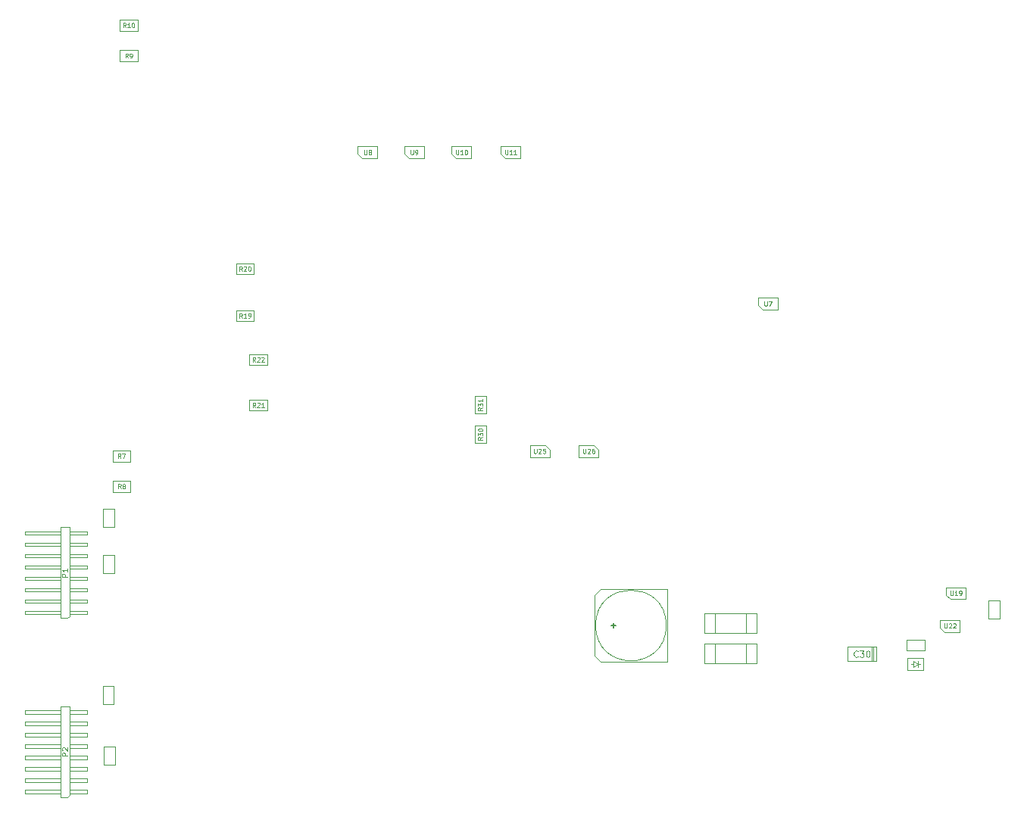
<source format=gbr>
G04 #@! TF.FileFunction,Other,Fab,Top*
%FSLAX46Y46*%
G04 Gerber Fmt 4.6, Leading zero omitted, Abs format (unit mm)*
G04 Created by KiCad (PCBNEW 4.0.4+e1-6308~48~ubuntu15.10.1-stable) date Thu Jul 19 16:03:55 2018*
%MOMM*%
%LPD*%
G01*
G04 APERTURE LIST*
%ADD10C,0.100000*%
%ADD11C,0.120000*%
%ADD12C,0.075000*%
%ADD13C,0.090000*%
%ADD14C,0.150000*%
%ADD15C,0.105000*%
G04 APERTURE END LIST*
D10*
X65800000Y-37925000D02*
X65800000Y-38775000D01*
X66300000Y-39275000D02*
X68000000Y-39275000D01*
X65800000Y-37925000D02*
X68000000Y-37925000D01*
X68000000Y-37925000D02*
X68000000Y-39275000D01*
X65800000Y-38775000D02*
X66300000Y-39275000D01*
X33337240Y-110675840D02*
X32587240Y-110675840D01*
X32587240Y-110675840D02*
X32587240Y-100515840D01*
X32587240Y-100515840D02*
X33587240Y-100515840D01*
X33587240Y-100515840D02*
X33587240Y-110425840D01*
X33587240Y-110425840D02*
X33337240Y-110675840D01*
X35557240Y-110240840D02*
X33587240Y-110240840D01*
X35557240Y-110240840D02*
X35557240Y-109840840D01*
X35557240Y-109840840D02*
X33587240Y-109840840D01*
X32587240Y-110240840D02*
X28587240Y-110240840D01*
X28587240Y-110240840D02*
X28587240Y-109840840D01*
X32587240Y-109840840D02*
X28587240Y-109840840D01*
X35557240Y-108970840D02*
X33587240Y-108970840D01*
X35557240Y-108970840D02*
X35557240Y-108570840D01*
X35557240Y-108570840D02*
X33587240Y-108570840D01*
X32587240Y-108970840D02*
X28587240Y-108970840D01*
X28587240Y-108970840D02*
X28587240Y-108570840D01*
X32587240Y-108570840D02*
X28587240Y-108570840D01*
X35557240Y-107700840D02*
X33587240Y-107700840D01*
X35557240Y-107700840D02*
X35557240Y-107300840D01*
X35557240Y-107300840D02*
X33587240Y-107300840D01*
X32587240Y-107700840D02*
X28587240Y-107700840D01*
X28587240Y-107700840D02*
X28587240Y-107300840D01*
X32587240Y-107300840D02*
X28587240Y-107300840D01*
X35557240Y-106430840D02*
X33587240Y-106430840D01*
X35557240Y-106430840D02*
X35557240Y-106030840D01*
X35557240Y-106030840D02*
X33587240Y-106030840D01*
X32587240Y-106430840D02*
X28587240Y-106430840D01*
X28587240Y-106430840D02*
X28587240Y-106030840D01*
X32587240Y-106030840D02*
X28587240Y-106030840D01*
X35557240Y-105160840D02*
X33587240Y-105160840D01*
X35557240Y-105160840D02*
X35557240Y-104760840D01*
X35557240Y-104760840D02*
X33587240Y-104760840D01*
X32587240Y-105160840D02*
X28587240Y-105160840D01*
X28587240Y-105160840D02*
X28587240Y-104760840D01*
X32587240Y-104760840D02*
X28587240Y-104760840D01*
X35557240Y-103890840D02*
X33587240Y-103890840D01*
X35557240Y-103890840D02*
X35557240Y-103490840D01*
X35557240Y-103490840D02*
X33587240Y-103490840D01*
X32587240Y-103890840D02*
X28587240Y-103890840D01*
X28587240Y-103890840D02*
X28587240Y-103490840D01*
X32587240Y-103490840D02*
X28587240Y-103490840D01*
X35557240Y-102620840D02*
X33587240Y-102620840D01*
X35557240Y-102620840D02*
X35557240Y-102220840D01*
X35557240Y-102220840D02*
X33587240Y-102220840D01*
X32587240Y-102620840D02*
X28587240Y-102620840D01*
X28587240Y-102620840D02*
X28587240Y-102220840D01*
X32587240Y-102220840D02*
X28587240Y-102220840D01*
X35557240Y-101350840D02*
X33587240Y-101350840D01*
X35557240Y-101350840D02*
X35557240Y-100950840D01*
X35557240Y-100950840D02*
X33587240Y-100950840D01*
X32587240Y-101350840D02*
X28587240Y-101350840D01*
X28587240Y-101350840D02*
X28587240Y-100950840D01*
X32587240Y-100950840D02*
X28587240Y-100950840D01*
X37358040Y-83630000D02*
X38598040Y-83630000D01*
X37358040Y-85630000D02*
X37358040Y-83630000D01*
X38598040Y-85630000D02*
X37358040Y-85630000D01*
X38598040Y-83630000D02*
X38598040Y-85630000D01*
X33337240Y-90675840D02*
X32587240Y-90675840D01*
X32587240Y-90675840D02*
X32587240Y-80515840D01*
X32587240Y-80515840D02*
X33587240Y-80515840D01*
X33587240Y-80515840D02*
X33587240Y-90425840D01*
X33587240Y-90425840D02*
X33337240Y-90675840D01*
X35557240Y-90240840D02*
X33587240Y-90240840D01*
X35557240Y-90240840D02*
X35557240Y-89840840D01*
X35557240Y-89840840D02*
X33587240Y-89840840D01*
X32587240Y-90240840D02*
X28587240Y-90240840D01*
X28587240Y-90240840D02*
X28587240Y-89840840D01*
X32587240Y-89840840D02*
X28587240Y-89840840D01*
X35557240Y-88970840D02*
X33587240Y-88970840D01*
X35557240Y-88970840D02*
X35557240Y-88570840D01*
X35557240Y-88570840D02*
X33587240Y-88570840D01*
X32587240Y-88970840D02*
X28587240Y-88970840D01*
X28587240Y-88970840D02*
X28587240Y-88570840D01*
X32587240Y-88570840D02*
X28587240Y-88570840D01*
X35557240Y-87700840D02*
X33587240Y-87700840D01*
X35557240Y-87700840D02*
X35557240Y-87300840D01*
X35557240Y-87300840D02*
X33587240Y-87300840D01*
X32587240Y-87700840D02*
X28587240Y-87700840D01*
X28587240Y-87700840D02*
X28587240Y-87300840D01*
X32587240Y-87300840D02*
X28587240Y-87300840D01*
X35557240Y-86430840D02*
X33587240Y-86430840D01*
X35557240Y-86430840D02*
X35557240Y-86030840D01*
X35557240Y-86030840D02*
X33587240Y-86030840D01*
X32587240Y-86430840D02*
X28587240Y-86430840D01*
X28587240Y-86430840D02*
X28587240Y-86030840D01*
X32587240Y-86030840D02*
X28587240Y-86030840D01*
X35557240Y-85160840D02*
X33587240Y-85160840D01*
X35557240Y-85160840D02*
X35557240Y-84760840D01*
X35557240Y-84760840D02*
X33587240Y-84760840D01*
X32587240Y-85160840D02*
X28587240Y-85160840D01*
X28587240Y-85160840D02*
X28587240Y-84760840D01*
X32587240Y-84760840D02*
X28587240Y-84760840D01*
X35557240Y-83890840D02*
X33587240Y-83890840D01*
X35557240Y-83890840D02*
X35557240Y-83490840D01*
X35557240Y-83490840D02*
X33587240Y-83490840D01*
X32587240Y-83890840D02*
X28587240Y-83890840D01*
X28587240Y-83890840D02*
X28587240Y-83490840D01*
X32587240Y-83490840D02*
X28587240Y-83490840D01*
X35557240Y-82620840D02*
X33587240Y-82620840D01*
X35557240Y-82620840D02*
X35557240Y-82220840D01*
X35557240Y-82220840D02*
X33587240Y-82220840D01*
X32587240Y-82620840D02*
X28587240Y-82620840D01*
X28587240Y-82620840D02*
X28587240Y-82220840D01*
X32587240Y-82220840D02*
X28587240Y-82220840D01*
X35557240Y-81350840D02*
X33587240Y-81350840D01*
X35557240Y-81350840D02*
X35557240Y-80950840D01*
X35557240Y-80950840D02*
X33587240Y-80950840D01*
X32587240Y-81350840D02*
X28587240Y-81350840D01*
X28587240Y-81350840D02*
X28587240Y-80950840D01*
X32587240Y-80950840D02*
X28587240Y-80950840D01*
X110550000Y-54825000D02*
X110550000Y-55675000D01*
X111050000Y-56175000D02*
X112750000Y-56175000D01*
X110550000Y-54825000D02*
X112750000Y-54825000D01*
X112750000Y-54825000D02*
X112750000Y-56175000D01*
X110550000Y-55675000D02*
X111050000Y-56175000D01*
X70997240Y-37915840D02*
X70997240Y-38765840D01*
X71497240Y-39265840D02*
X73197240Y-39265840D01*
X70997240Y-37915840D02*
X73197240Y-37915840D01*
X73197240Y-37915840D02*
X73197240Y-39265840D01*
X70997240Y-38765840D02*
X71497240Y-39265840D01*
X76297240Y-37915840D02*
X76297240Y-38765840D01*
X76797240Y-39265840D02*
X78497240Y-39265840D01*
X76297240Y-37915840D02*
X78497240Y-37915840D01*
X78497240Y-37915840D02*
X78497240Y-39265840D01*
X76297240Y-38765840D02*
X76797240Y-39265840D01*
X81797240Y-37915840D02*
X81797240Y-38765840D01*
X82297240Y-39265840D02*
X83997240Y-39265840D01*
X81797240Y-37915840D02*
X83997240Y-37915840D01*
X83997240Y-37915840D02*
X83997240Y-39265840D01*
X81797240Y-38765840D02*
X82297240Y-39265840D01*
D11*
X109172440Y-90136800D02*
X109172440Y-92336800D01*
X105772440Y-90136800D02*
X105772440Y-92336800D01*
X104572440Y-90136800D02*
X104572440Y-92336800D01*
X104572440Y-92336800D02*
X110372440Y-92336800D01*
X110372440Y-92336800D02*
X110372440Y-90136800D01*
X110372440Y-90136800D02*
X104572440Y-90136800D01*
X109172440Y-93489600D02*
X109172440Y-95689600D01*
X105772440Y-93489600D02*
X105772440Y-95689600D01*
X104572440Y-93489600D02*
X104572440Y-95689600D01*
X104572440Y-95689600D02*
X110372440Y-95689600D01*
X110372440Y-95689600D02*
X110372440Y-93489600D01*
X110372440Y-93489600D02*
X104572440Y-93489600D01*
D10*
X100296008Y-91480000D02*
G75*
G03X100296008Y-91480000I-3956008J0D01*
G01*
X100380000Y-95520000D02*
X100380000Y-87440000D01*
X92970000Y-95520000D02*
X100380000Y-95520000D01*
X92300000Y-94850000D02*
X92970000Y-95520000D01*
X92300000Y-88110000D02*
X92300000Y-94850000D01*
X92970000Y-87440000D02*
X92300000Y-88110000D01*
X100380000Y-87440000D02*
X92970000Y-87440000D01*
X38598040Y-80448400D02*
X37358040Y-80448400D01*
X38598040Y-78448400D02*
X38598040Y-80448400D01*
X37358040Y-78448400D02*
X38598040Y-78448400D01*
X37358040Y-80448400D02*
X37358040Y-78448400D01*
X38397240Y-73160840D02*
X38397240Y-71920840D01*
X40397240Y-73160840D02*
X38397240Y-73160840D01*
X40397240Y-71920840D02*
X40397240Y-73160840D01*
X38397240Y-71920840D02*
X40397240Y-71920840D01*
X38400000Y-76570000D02*
X38400000Y-75330000D01*
X40400000Y-76570000D02*
X38400000Y-76570000D01*
X40400000Y-75330000D02*
X40400000Y-76570000D01*
X38400000Y-75330000D02*
X40400000Y-75330000D01*
X39197240Y-28410840D02*
X39197240Y-27170840D01*
X41197240Y-28410840D02*
X39197240Y-28410840D01*
X41197240Y-27170840D02*
X41197240Y-28410840D01*
X39197240Y-27170840D02*
X41197240Y-27170840D01*
X39197240Y-25010840D02*
X39197240Y-23770840D01*
X41197240Y-25010840D02*
X39197240Y-25010840D01*
X41197240Y-23770840D02*
X41197240Y-25010840D01*
X39197240Y-23770840D02*
X41197240Y-23770840D01*
X52200000Y-57470000D02*
X52200000Y-56230000D01*
X54200000Y-57470000D02*
X52200000Y-57470000D01*
X54200000Y-56230000D02*
X54200000Y-57470000D01*
X52200000Y-56230000D02*
X54200000Y-56230000D01*
X52200000Y-52220000D02*
X52200000Y-50980000D01*
X54200000Y-52220000D02*
X52200000Y-52220000D01*
X54200000Y-50980000D02*
X54200000Y-52220000D01*
X52200000Y-50980000D02*
X54200000Y-50980000D01*
X53700000Y-67470000D02*
X53700000Y-66230000D01*
X55700000Y-67470000D02*
X53700000Y-67470000D01*
X55700000Y-66230000D02*
X55700000Y-67470000D01*
X53700000Y-66230000D02*
X55700000Y-66230000D01*
X53700000Y-62370000D02*
X53700000Y-61130000D01*
X55700000Y-62370000D02*
X53700000Y-62370000D01*
X55700000Y-61130000D02*
X55700000Y-62370000D01*
X53700000Y-61130000D02*
X55700000Y-61130000D01*
X37434240Y-105019600D02*
X38674240Y-105019600D01*
X37434240Y-107019600D02*
X37434240Y-105019600D01*
X38674240Y-107019600D02*
X37434240Y-107019600D01*
X38674240Y-105019600D02*
X38674240Y-107019600D01*
X38547240Y-100263200D02*
X37307240Y-100263200D01*
X38547240Y-98263200D02*
X38547240Y-100263200D01*
X37307240Y-98263200D02*
X38547240Y-98263200D01*
X37307240Y-100263200D02*
X37307240Y-98263200D01*
X136316440Y-88712800D02*
X137556440Y-88712800D01*
X136316440Y-90712800D02*
X136316440Y-88712800D01*
X137556440Y-90712800D02*
X136316440Y-90712800D01*
X137556440Y-88712800D02*
X137556440Y-90712800D01*
X127948040Y-95808800D02*
X127698040Y-95808800D01*
X127948040Y-95458800D02*
X128448040Y-95808800D01*
X127948040Y-96158800D02*
X127948040Y-95458800D01*
X128448040Y-95808800D02*
X127948040Y-96158800D01*
X128448040Y-95808800D02*
X128648040Y-95808800D01*
X128448040Y-96158800D02*
X128448040Y-95458800D01*
X129048040Y-95108800D02*
X129048040Y-96508800D01*
X127248040Y-95108800D02*
X129048040Y-95108800D01*
X127248040Y-96508800D02*
X127248040Y-95108800D01*
X129048040Y-96508800D02*
X127248040Y-96508800D01*
X129148040Y-93055200D02*
X129148040Y-94295200D01*
X127148040Y-93055200D02*
X129148040Y-93055200D01*
X127148040Y-94295200D02*
X127148040Y-93055200D01*
X129148040Y-94295200D02*
X127148040Y-94295200D01*
X131569240Y-87209000D02*
X131569240Y-88059000D01*
X132069240Y-88559000D02*
X133769240Y-88559000D01*
X131569240Y-87209000D02*
X133769240Y-87209000D01*
X133769240Y-87209000D02*
X133769240Y-88559000D01*
X131569240Y-88059000D02*
X132069240Y-88559000D01*
X130908840Y-90866600D02*
X130908840Y-91716600D01*
X131408840Y-92216600D02*
X133108840Y-92216600D01*
X130908840Y-90866600D02*
X133108840Y-90866600D01*
X133108840Y-90866600D02*
X133108840Y-92216600D01*
X130908840Y-91716600D02*
X131408840Y-92216600D01*
X78912440Y-69104000D02*
X80152440Y-69104000D01*
X78912440Y-71104000D02*
X78912440Y-69104000D01*
X80152440Y-71104000D02*
X78912440Y-71104000D01*
X80152440Y-69104000D02*
X80152440Y-71104000D01*
X80152440Y-67802000D02*
X78912440Y-67802000D01*
X80152440Y-65802000D02*
X80152440Y-67802000D01*
X78912440Y-65802000D02*
X80152440Y-65802000D01*
X78912440Y-67802000D02*
X78912440Y-65802000D01*
X87236440Y-72675000D02*
X87236440Y-71825000D01*
X86736440Y-71325000D02*
X85036440Y-71325000D01*
X87236440Y-72675000D02*
X85036440Y-72675000D01*
X85036440Y-72675000D02*
X85036440Y-71325000D01*
X87236440Y-71825000D02*
X86736440Y-71325000D01*
X92722840Y-72675000D02*
X92722840Y-71825000D01*
X92222840Y-71325000D02*
X90522840Y-71325000D01*
X92722840Y-72675000D02*
X90522840Y-72675000D01*
X90522840Y-72675000D02*
X90522840Y-71325000D01*
X92722840Y-71825000D02*
X92222840Y-71325000D01*
X123753640Y-95491200D02*
X123753640Y-93891200D01*
X123753640Y-93891200D02*
X120553640Y-93891200D01*
X120553640Y-93891200D02*
X120553640Y-95491200D01*
X120553640Y-95491200D02*
X123753640Y-95491200D01*
X123433640Y-95491200D02*
X123433640Y-93891200D01*
X123273640Y-95491200D02*
X123273640Y-93891200D01*
D12*
X66519048Y-38326190D02*
X66519048Y-38730952D01*
X66542857Y-38778571D01*
X66566667Y-38802381D01*
X66614286Y-38826190D01*
X66709524Y-38826190D01*
X66757143Y-38802381D01*
X66780952Y-38778571D01*
X66804762Y-38730952D01*
X66804762Y-38326190D01*
X67114286Y-38540476D02*
X67066667Y-38516667D01*
X67042858Y-38492857D01*
X67019048Y-38445238D01*
X67019048Y-38421429D01*
X67042858Y-38373810D01*
X67066667Y-38350000D01*
X67114286Y-38326190D01*
X67209524Y-38326190D01*
X67257143Y-38350000D01*
X67280953Y-38373810D01*
X67304762Y-38421429D01*
X67304762Y-38445238D01*
X67280953Y-38492857D01*
X67257143Y-38516667D01*
X67209524Y-38540476D01*
X67114286Y-38540476D01*
X67066667Y-38564286D01*
X67042858Y-38588095D01*
X67019048Y-38635714D01*
X67019048Y-38730952D01*
X67042858Y-38778571D01*
X67066667Y-38802381D01*
X67114286Y-38826190D01*
X67209524Y-38826190D01*
X67257143Y-38802381D01*
X67280953Y-38778571D01*
X67304762Y-38730952D01*
X67304762Y-38635714D01*
X67280953Y-38588095D01*
X67257143Y-38564286D01*
X67209524Y-38540476D01*
D13*
X33358669Y-106038697D02*
X32758669Y-106038697D01*
X32758669Y-105810125D01*
X32787240Y-105752983D01*
X32815811Y-105724411D01*
X32872954Y-105695840D01*
X32958669Y-105695840D01*
X33015811Y-105724411D01*
X33044383Y-105752983D01*
X33072954Y-105810125D01*
X33072954Y-106038697D01*
X32815811Y-105467268D02*
X32787240Y-105438697D01*
X32758669Y-105381554D01*
X32758669Y-105238697D01*
X32787240Y-105181554D01*
X32815811Y-105152983D01*
X32872954Y-105124411D01*
X32930097Y-105124411D01*
X33015811Y-105152983D01*
X33358669Y-105495840D01*
X33358669Y-105124411D01*
X33358669Y-86038697D02*
X32758669Y-86038697D01*
X32758669Y-85810125D01*
X32787240Y-85752983D01*
X32815811Y-85724411D01*
X32872954Y-85695840D01*
X32958669Y-85695840D01*
X33015811Y-85724411D01*
X33044383Y-85752983D01*
X33072954Y-85810125D01*
X33072954Y-86038697D01*
X33358669Y-85124411D02*
X33358669Y-85467268D01*
X33358669Y-85295840D02*
X32758669Y-85295840D01*
X32844383Y-85352983D01*
X32901526Y-85410125D01*
X32930097Y-85467268D01*
D12*
X111269048Y-55226190D02*
X111269048Y-55630952D01*
X111292857Y-55678571D01*
X111316667Y-55702381D01*
X111364286Y-55726190D01*
X111459524Y-55726190D01*
X111507143Y-55702381D01*
X111530952Y-55678571D01*
X111554762Y-55630952D01*
X111554762Y-55226190D01*
X111745239Y-55226190D02*
X112078572Y-55226190D01*
X111864286Y-55726190D01*
X71716288Y-38317030D02*
X71716288Y-38721792D01*
X71740097Y-38769411D01*
X71763907Y-38793221D01*
X71811526Y-38817030D01*
X71906764Y-38817030D01*
X71954383Y-38793221D01*
X71978192Y-38769411D01*
X72002002Y-38721792D01*
X72002002Y-38317030D01*
X72263907Y-38817030D02*
X72359145Y-38817030D01*
X72406764Y-38793221D01*
X72430574Y-38769411D01*
X72478193Y-38697983D01*
X72502002Y-38602745D01*
X72502002Y-38412269D01*
X72478193Y-38364650D01*
X72454383Y-38340840D01*
X72406764Y-38317030D01*
X72311526Y-38317030D01*
X72263907Y-38340840D01*
X72240098Y-38364650D01*
X72216288Y-38412269D01*
X72216288Y-38531316D01*
X72240098Y-38578935D01*
X72263907Y-38602745D01*
X72311526Y-38626554D01*
X72406764Y-38626554D01*
X72454383Y-38602745D01*
X72478193Y-38578935D01*
X72502002Y-38531316D01*
X76778193Y-38317030D02*
X76778193Y-38721792D01*
X76802002Y-38769411D01*
X76825812Y-38793221D01*
X76873431Y-38817030D01*
X76968669Y-38817030D01*
X77016288Y-38793221D01*
X77040097Y-38769411D01*
X77063907Y-38721792D01*
X77063907Y-38317030D01*
X77563907Y-38817030D02*
X77278193Y-38817030D01*
X77421050Y-38817030D02*
X77421050Y-38317030D01*
X77373431Y-38388459D01*
X77325812Y-38436078D01*
X77278193Y-38459888D01*
X77873431Y-38317030D02*
X77921050Y-38317030D01*
X77968669Y-38340840D01*
X77992478Y-38364650D01*
X78016288Y-38412269D01*
X78040097Y-38507507D01*
X78040097Y-38626554D01*
X78016288Y-38721792D01*
X77992478Y-38769411D01*
X77968669Y-38793221D01*
X77921050Y-38817030D01*
X77873431Y-38817030D01*
X77825812Y-38793221D01*
X77802002Y-38769411D01*
X77778193Y-38721792D01*
X77754383Y-38626554D01*
X77754383Y-38507507D01*
X77778193Y-38412269D01*
X77802002Y-38364650D01*
X77825812Y-38340840D01*
X77873431Y-38317030D01*
X82278193Y-38317030D02*
X82278193Y-38721792D01*
X82302002Y-38769411D01*
X82325812Y-38793221D01*
X82373431Y-38817030D01*
X82468669Y-38817030D01*
X82516288Y-38793221D01*
X82540097Y-38769411D01*
X82563907Y-38721792D01*
X82563907Y-38317030D01*
X83063907Y-38817030D02*
X82778193Y-38817030D01*
X82921050Y-38817030D02*
X82921050Y-38317030D01*
X82873431Y-38388459D01*
X82825812Y-38436078D01*
X82778193Y-38459888D01*
X83540097Y-38817030D02*
X83254383Y-38817030D01*
X83397240Y-38817030D02*
X83397240Y-38317030D01*
X83349621Y-38388459D01*
X83302002Y-38436078D01*
X83254383Y-38459888D01*
D14*
X94143334Y-91470000D02*
X94676667Y-91470000D01*
X94410000Y-91736667D02*
X94410000Y-91203333D01*
D12*
X39313907Y-72767030D02*
X39147240Y-72528935D01*
X39028193Y-72767030D02*
X39028193Y-72267030D01*
X39218669Y-72267030D01*
X39266288Y-72290840D01*
X39290097Y-72314650D01*
X39313907Y-72362269D01*
X39313907Y-72433697D01*
X39290097Y-72481316D01*
X39266288Y-72505126D01*
X39218669Y-72528935D01*
X39028193Y-72528935D01*
X39480574Y-72267030D02*
X39813907Y-72267030D01*
X39599621Y-72767030D01*
X39316667Y-76176190D02*
X39150000Y-75938095D01*
X39030953Y-76176190D02*
X39030953Y-75676190D01*
X39221429Y-75676190D01*
X39269048Y-75700000D01*
X39292857Y-75723810D01*
X39316667Y-75771429D01*
X39316667Y-75842857D01*
X39292857Y-75890476D01*
X39269048Y-75914286D01*
X39221429Y-75938095D01*
X39030953Y-75938095D01*
X39602381Y-75890476D02*
X39554762Y-75866667D01*
X39530953Y-75842857D01*
X39507143Y-75795238D01*
X39507143Y-75771429D01*
X39530953Y-75723810D01*
X39554762Y-75700000D01*
X39602381Y-75676190D01*
X39697619Y-75676190D01*
X39745238Y-75700000D01*
X39769048Y-75723810D01*
X39792857Y-75771429D01*
X39792857Y-75795238D01*
X39769048Y-75842857D01*
X39745238Y-75866667D01*
X39697619Y-75890476D01*
X39602381Y-75890476D01*
X39554762Y-75914286D01*
X39530953Y-75938095D01*
X39507143Y-75985714D01*
X39507143Y-76080952D01*
X39530953Y-76128571D01*
X39554762Y-76152381D01*
X39602381Y-76176190D01*
X39697619Y-76176190D01*
X39745238Y-76152381D01*
X39769048Y-76128571D01*
X39792857Y-76080952D01*
X39792857Y-75985714D01*
X39769048Y-75938095D01*
X39745238Y-75914286D01*
X39697619Y-75890476D01*
X40113907Y-28017030D02*
X39947240Y-27778935D01*
X39828193Y-28017030D02*
X39828193Y-27517030D01*
X40018669Y-27517030D01*
X40066288Y-27540840D01*
X40090097Y-27564650D01*
X40113907Y-27612269D01*
X40113907Y-27683697D01*
X40090097Y-27731316D01*
X40066288Y-27755126D01*
X40018669Y-27778935D01*
X39828193Y-27778935D01*
X40352002Y-28017030D02*
X40447240Y-28017030D01*
X40494859Y-27993221D01*
X40518669Y-27969411D01*
X40566288Y-27897983D01*
X40590097Y-27802745D01*
X40590097Y-27612269D01*
X40566288Y-27564650D01*
X40542478Y-27540840D01*
X40494859Y-27517030D01*
X40399621Y-27517030D01*
X40352002Y-27540840D01*
X40328193Y-27564650D01*
X40304383Y-27612269D01*
X40304383Y-27731316D01*
X40328193Y-27778935D01*
X40352002Y-27802745D01*
X40399621Y-27826554D01*
X40494859Y-27826554D01*
X40542478Y-27802745D01*
X40566288Y-27778935D01*
X40590097Y-27731316D01*
X39875812Y-24617030D02*
X39709145Y-24378935D01*
X39590098Y-24617030D02*
X39590098Y-24117030D01*
X39780574Y-24117030D01*
X39828193Y-24140840D01*
X39852002Y-24164650D01*
X39875812Y-24212269D01*
X39875812Y-24283697D01*
X39852002Y-24331316D01*
X39828193Y-24355126D01*
X39780574Y-24378935D01*
X39590098Y-24378935D01*
X40352002Y-24617030D02*
X40066288Y-24617030D01*
X40209145Y-24617030D02*
X40209145Y-24117030D01*
X40161526Y-24188459D01*
X40113907Y-24236078D01*
X40066288Y-24259888D01*
X40661526Y-24117030D02*
X40709145Y-24117030D01*
X40756764Y-24140840D01*
X40780573Y-24164650D01*
X40804383Y-24212269D01*
X40828192Y-24307507D01*
X40828192Y-24426554D01*
X40804383Y-24521792D01*
X40780573Y-24569411D01*
X40756764Y-24593221D01*
X40709145Y-24617030D01*
X40661526Y-24617030D01*
X40613907Y-24593221D01*
X40590097Y-24569411D01*
X40566288Y-24521792D01*
X40542478Y-24426554D01*
X40542478Y-24307507D01*
X40566288Y-24212269D01*
X40590097Y-24164650D01*
X40613907Y-24140840D01*
X40661526Y-24117030D01*
X52878572Y-57076190D02*
X52711905Y-56838095D01*
X52592858Y-57076190D02*
X52592858Y-56576190D01*
X52783334Y-56576190D01*
X52830953Y-56600000D01*
X52854762Y-56623810D01*
X52878572Y-56671429D01*
X52878572Y-56742857D01*
X52854762Y-56790476D01*
X52830953Y-56814286D01*
X52783334Y-56838095D01*
X52592858Y-56838095D01*
X53354762Y-57076190D02*
X53069048Y-57076190D01*
X53211905Y-57076190D02*
X53211905Y-56576190D01*
X53164286Y-56647619D01*
X53116667Y-56695238D01*
X53069048Y-56719048D01*
X53592857Y-57076190D02*
X53688095Y-57076190D01*
X53735714Y-57052381D01*
X53759524Y-57028571D01*
X53807143Y-56957143D01*
X53830952Y-56861905D01*
X53830952Y-56671429D01*
X53807143Y-56623810D01*
X53783333Y-56600000D01*
X53735714Y-56576190D01*
X53640476Y-56576190D01*
X53592857Y-56600000D01*
X53569048Y-56623810D01*
X53545238Y-56671429D01*
X53545238Y-56790476D01*
X53569048Y-56838095D01*
X53592857Y-56861905D01*
X53640476Y-56885714D01*
X53735714Y-56885714D01*
X53783333Y-56861905D01*
X53807143Y-56838095D01*
X53830952Y-56790476D01*
X52878572Y-51826190D02*
X52711905Y-51588095D01*
X52592858Y-51826190D02*
X52592858Y-51326190D01*
X52783334Y-51326190D01*
X52830953Y-51350000D01*
X52854762Y-51373810D01*
X52878572Y-51421429D01*
X52878572Y-51492857D01*
X52854762Y-51540476D01*
X52830953Y-51564286D01*
X52783334Y-51588095D01*
X52592858Y-51588095D01*
X53069048Y-51373810D02*
X53092858Y-51350000D01*
X53140477Y-51326190D01*
X53259524Y-51326190D01*
X53307143Y-51350000D01*
X53330953Y-51373810D01*
X53354762Y-51421429D01*
X53354762Y-51469048D01*
X53330953Y-51540476D01*
X53045239Y-51826190D01*
X53354762Y-51826190D01*
X53664286Y-51326190D02*
X53711905Y-51326190D01*
X53759524Y-51350000D01*
X53783333Y-51373810D01*
X53807143Y-51421429D01*
X53830952Y-51516667D01*
X53830952Y-51635714D01*
X53807143Y-51730952D01*
X53783333Y-51778571D01*
X53759524Y-51802381D01*
X53711905Y-51826190D01*
X53664286Y-51826190D01*
X53616667Y-51802381D01*
X53592857Y-51778571D01*
X53569048Y-51730952D01*
X53545238Y-51635714D01*
X53545238Y-51516667D01*
X53569048Y-51421429D01*
X53592857Y-51373810D01*
X53616667Y-51350000D01*
X53664286Y-51326190D01*
X54378572Y-67076190D02*
X54211905Y-66838095D01*
X54092858Y-67076190D02*
X54092858Y-66576190D01*
X54283334Y-66576190D01*
X54330953Y-66600000D01*
X54354762Y-66623810D01*
X54378572Y-66671429D01*
X54378572Y-66742857D01*
X54354762Y-66790476D01*
X54330953Y-66814286D01*
X54283334Y-66838095D01*
X54092858Y-66838095D01*
X54569048Y-66623810D02*
X54592858Y-66600000D01*
X54640477Y-66576190D01*
X54759524Y-66576190D01*
X54807143Y-66600000D01*
X54830953Y-66623810D01*
X54854762Y-66671429D01*
X54854762Y-66719048D01*
X54830953Y-66790476D01*
X54545239Y-67076190D01*
X54854762Y-67076190D01*
X55330952Y-67076190D02*
X55045238Y-67076190D01*
X55188095Y-67076190D02*
X55188095Y-66576190D01*
X55140476Y-66647619D01*
X55092857Y-66695238D01*
X55045238Y-66719048D01*
X54378572Y-61976190D02*
X54211905Y-61738095D01*
X54092858Y-61976190D02*
X54092858Y-61476190D01*
X54283334Y-61476190D01*
X54330953Y-61500000D01*
X54354762Y-61523810D01*
X54378572Y-61571429D01*
X54378572Y-61642857D01*
X54354762Y-61690476D01*
X54330953Y-61714286D01*
X54283334Y-61738095D01*
X54092858Y-61738095D01*
X54569048Y-61523810D02*
X54592858Y-61500000D01*
X54640477Y-61476190D01*
X54759524Y-61476190D01*
X54807143Y-61500000D01*
X54830953Y-61523810D01*
X54854762Y-61571429D01*
X54854762Y-61619048D01*
X54830953Y-61690476D01*
X54545239Y-61976190D01*
X54854762Y-61976190D01*
X55045238Y-61523810D02*
X55069048Y-61500000D01*
X55116667Y-61476190D01*
X55235714Y-61476190D01*
X55283333Y-61500000D01*
X55307143Y-61523810D01*
X55330952Y-61571429D01*
X55330952Y-61619048D01*
X55307143Y-61690476D01*
X55021429Y-61976190D01*
X55330952Y-61976190D01*
D14*
D12*
X132050193Y-87610190D02*
X132050193Y-88014952D01*
X132074002Y-88062571D01*
X132097812Y-88086381D01*
X132145431Y-88110190D01*
X132240669Y-88110190D01*
X132288288Y-88086381D01*
X132312097Y-88062571D01*
X132335907Y-88014952D01*
X132335907Y-87610190D01*
X132835907Y-88110190D02*
X132550193Y-88110190D01*
X132693050Y-88110190D02*
X132693050Y-87610190D01*
X132645431Y-87681619D01*
X132597812Y-87729238D01*
X132550193Y-87753048D01*
X133074002Y-88110190D02*
X133169240Y-88110190D01*
X133216859Y-88086381D01*
X133240669Y-88062571D01*
X133288288Y-87991143D01*
X133312097Y-87895905D01*
X133312097Y-87705429D01*
X133288288Y-87657810D01*
X133264478Y-87634000D01*
X133216859Y-87610190D01*
X133121621Y-87610190D01*
X133074002Y-87634000D01*
X133050193Y-87657810D01*
X133026383Y-87705429D01*
X133026383Y-87824476D01*
X133050193Y-87872095D01*
X133074002Y-87895905D01*
X133121621Y-87919714D01*
X133216859Y-87919714D01*
X133264478Y-87895905D01*
X133288288Y-87872095D01*
X133312097Y-87824476D01*
X131389793Y-91267790D02*
X131389793Y-91672552D01*
X131413602Y-91720171D01*
X131437412Y-91743981D01*
X131485031Y-91767790D01*
X131580269Y-91767790D01*
X131627888Y-91743981D01*
X131651697Y-91720171D01*
X131675507Y-91672552D01*
X131675507Y-91267790D01*
X131889793Y-91315410D02*
X131913603Y-91291600D01*
X131961222Y-91267790D01*
X132080269Y-91267790D01*
X132127888Y-91291600D01*
X132151698Y-91315410D01*
X132175507Y-91363029D01*
X132175507Y-91410648D01*
X132151698Y-91482076D01*
X131865984Y-91767790D01*
X132175507Y-91767790D01*
X132365983Y-91315410D02*
X132389793Y-91291600D01*
X132437412Y-91267790D01*
X132556459Y-91267790D01*
X132604078Y-91291600D01*
X132627888Y-91315410D01*
X132651697Y-91363029D01*
X132651697Y-91410648D01*
X132627888Y-91482076D01*
X132342174Y-91767790D01*
X132651697Y-91767790D01*
X79758630Y-70425428D02*
X79520535Y-70592095D01*
X79758630Y-70711142D02*
X79258630Y-70711142D01*
X79258630Y-70520666D01*
X79282440Y-70473047D01*
X79306250Y-70449238D01*
X79353869Y-70425428D01*
X79425297Y-70425428D01*
X79472916Y-70449238D01*
X79496726Y-70473047D01*
X79520535Y-70520666D01*
X79520535Y-70711142D01*
X79258630Y-70258761D02*
X79258630Y-69949238D01*
X79449107Y-70115904D01*
X79449107Y-70044476D01*
X79472916Y-69996857D01*
X79496726Y-69973047D01*
X79544345Y-69949238D01*
X79663392Y-69949238D01*
X79711011Y-69973047D01*
X79734821Y-69996857D01*
X79758630Y-70044476D01*
X79758630Y-70187333D01*
X79734821Y-70234952D01*
X79711011Y-70258761D01*
X79258630Y-69639714D02*
X79258630Y-69592095D01*
X79282440Y-69544476D01*
X79306250Y-69520667D01*
X79353869Y-69496857D01*
X79449107Y-69473048D01*
X79568154Y-69473048D01*
X79663392Y-69496857D01*
X79711011Y-69520667D01*
X79734821Y-69544476D01*
X79758630Y-69592095D01*
X79758630Y-69639714D01*
X79734821Y-69687333D01*
X79711011Y-69711143D01*
X79663392Y-69734952D01*
X79568154Y-69758762D01*
X79449107Y-69758762D01*
X79353869Y-69734952D01*
X79306250Y-69711143D01*
X79282440Y-69687333D01*
X79258630Y-69639714D01*
X79758630Y-67123428D02*
X79520535Y-67290095D01*
X79758630Y-67409142D02*
X79258630Y-67409142D01*
X79258630Y-67218666D01*
X79282440Y-67171047D01*
X79306250Y-67147238D01*
X79353869Y-67123428D01*
X79425297Y-67123428D01*
X79472916Y-67147238D01*
X79496726Y-67171047D01*
X79520535Y-67218666D01*
X79520535Y-67409142D01*
X79258630Y-66956761D02*
X79258630Y-66647238D01*
X79449107Y-66813904D01*
X79449107Y-66742476D01*
X79472916Y-66694857D01*
X79496726Y-66671047D01*
X79544345Y-66647238D01*
X79663392Y-66647238D01*
X79711011Y-66671047D01*
X79734821Y-66694857D01*
X79758630Y-66742476D01*
X79758630Y-66885333D01*
X79734821Y-66932952D01*
X79711011Y-66956761D01*
X79758630Y-66171048D02*
X79758630Y-66456762D01*
X79758630Y-66313905D02*
X79258630Y-66313905D01*
X79330059Y-66361524D01*
X79377678Y-66409143D01*
X79401488Y-66456762D01*
X85517393Y-71726190D02*
X85517393Y-72130952D01*
X85541202Y-72178571D01*
X85565012Y-72202381D01*
X85612631Y-72226190D01*
X85707869Y-72226190D01*
X85755488Y-72202381D01*
X85779297Y-72178571D01*
X85803107Y-72130952D01*
X85803107Y-71726190D01*
X86017393Y-71773810D02*
X86041203Y-71750000D01*
X86088822Y-71726190D01*
X86207869Y-71726190D01*
X86255488Y-71750000D01*
X86279298Y-71773810D01*
X86303107Y-71821429D01*
X86303107Y-71869048D01*
X86279298Y-71940476D01*
X85993584Y-72226190D01*
X86303107Y-72226190D01*
X86755488Y-71726190D02*
X86517393Y-71726190D01*
X86493583Y-71964286D01*
X86517393Y-71940476D01*
X86565012Y-71916667D01*
X86684059Y-71916667D01*
X86731678Y-71940476D01*
X86755488Y-71964286D01*
X86779297Y-72011905D01*
X86779297Y-72130952D01*
X86755488Y-72178571D01*
X86731678Y-72202381D01*
X86684059Y-72226190D01*
X86565012Y-72226190D01*
X86517393Y-72202381D01*
X86493583Y-72178571D01*
X91003793Y-71726190D02*
X91003793Y-72130952D01*
X91027602Y-72178571D01*
X91051412Y-72202381D01*
X91099031Y-72226190D01*
X91194269Y-72226190D01*
X91241888Y-72202381D01*
X91265697Y-72178571D01*
X91289507Y-72130952D01*
X91289507Y-71726190D01*
X91503793Y-71773810D02*
X91527603Y-71750000D01*
X91575222Y-71726190D01*
X91694269Y-71726190D01*
X91741888Y-71750000D01*
X91765698Y-71773810D01*
X91789507Y-71821429D01*
X91789507Y-71869048D01*
X91765698Y-71940476D01*
X91479984Y-72226190D01*
X91789507Y-72226190D01*
X92218078Y-71726190D02*
X92122840Y-71726190D01*
X92075221Y-71750000D01*
X92051412Y-71773810D01*
X92003793Y-71845238D01*
X91979983Y-71940476D01*
X91979983Y-72130952D01*
X92003793Y-72178571D01*
X92027602Y-72202381D01*
X92075221Y-72226190D01*
X92170459Y-72226190D01*
X92218078Y-72202381D01*
X92241888Y-72178571D01*
X92265697Y-72130952D01*
X92265697Y-72011905D01*
X92241888Y-71964286D01*
X92218078Y-71940476D01*
X92170459Y-71916667D01*
X92075221Y-71916667D01*
X92027602Y-71940476D01*
X92003793Y-71964286D01*
X91979983Y-72011905D01*
D15*
X121703640Y-94941200D02*
X121670306Y-94974533D01*
X121570306Y-95007867D01*
X121503640Y-95007867D01*
X121403640Y-94974533D01*
X121336973Y-94907867D01*
X121303640Y-94841200D01*
X121270306Y-94707867D01*
X121270306Y-94607867D01*
X121303640Y-94474533D01*
X121336973Y-94407867D01*
X121403640Y-94341200D01*
X121503640Y-94307867D01*
X121570306Y-94307867D01*
X121670306Y-94341200D01*
X121703640Y-94374533D01*
X121936973Y-94307867D02*
X122370306Y-94307867D01*
X122136973Y-94574533D01*
X122236973Y-94574533D01*
X122303640Y-94607867D01*
X122336973Y-94641200D01*
X122370306Y-94707867D01*
X122370306Y-94874533D01*
X122336973Y-94941200D01*
X122303640Y-94974533D01*
X122236973Y-95007867D01*
X122036973Y-95007867D01*
X121970306Y-94974533D01*
X121936973Y-94941200D01*
X122803640Y-94307867D02*
X122870307Y-94307867D01*
X122936973Y-94341200D01*
X122970307Y-94374533D01*
X123003640Y-94441200D01*
X123036973Y-94574533D01*
X123036973Y-94741200D01*
X123003640Y-94874533D01*
X122970307Y-94941200D01*
X122936973Y-94974533D01*
X122870307Y-95007867D01*
X122803640Y-95007867D01*
X122736973Y-94974533D01*
X122703640Y-94941200D01*
X122670307Y-94874533D01*
X122636973Y-94741200D01*
X122636973Y-94574533D01*
X122670307Y-94441200D01*
X122703640Y-94374533D01*
X122736973Y-94341200D01*
X122803640Y-94307867D01*
M02*

</source>
